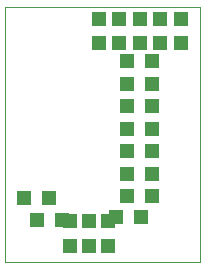
<source format=gtp>
G75*
%MOIN*%
%OFA0B0*%
%FSLAX24Y24*%
%IPPOS*%
%LPD*%
%AMOC8*
5,1,8,0,0,1.08239X$1,22.5*
%
%ADD10C,0.0000*%
%ADD11R,0.0472X0.0472*%
D10*
X002267Y002517D02*
X002267Y011017D01*
X008767Y011017D01*
X008767Y002517D01*
X002267Y002517D01*
D11*
X003353Y003892D03*
X003743Y004642D03*
X004180Y003892D03*
X004454Y003868D03*
X005079Y003868D03*
X005704Y003868D03*
X005978Y004017D03*
X006353Y004704D03*
X006805Y004017D03*
X007180Y004704D03*
X007180Y005454D03*
X007180Y006204D03*
X007180Y006954D03*
X007180Y007704D03*
X007180Y008454D03*
X007180Y009204D03*
X007454Y009791D03*
X006767Y009791D03*
X006353Y009204D03*
X006079Y009791D03*
X005392Y009791D03*
X005392Y010618D03*
X006079Y010618D03*
X006767Y010618D03*
X007454Y010618D03*
X008142Y010618D03*
X008142Y009791D03*
X006353Y008454D03*
X006353Y007704D03*
X006353Y006954D03*
X006353Y006204D03*
X006353Y005454D03*
X005704Y003041D03*
X005079Y003041D03*
X004454Y003041D03*
X002916Y004642D03*
M02*

</source>
